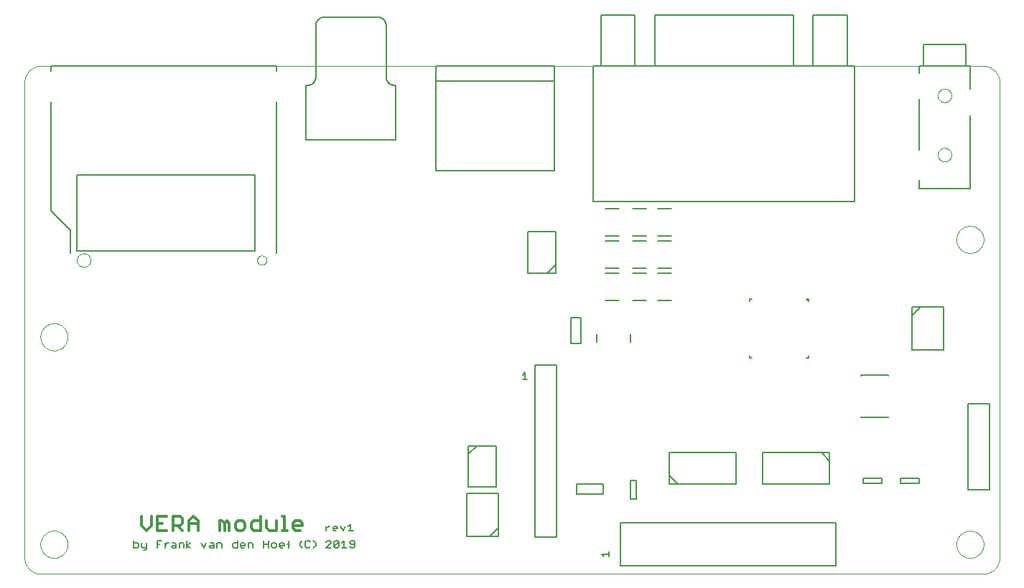
<source format=gto>
G75*
%MOMM*%
%OFA0B0*%
%FSLAX33Y33*%
%IPPOS*%
%LPD*%
%AMOC8*
5,1,8,0,0,1.08239X$1,22.5*
%
%ADD10C,0.000*%
%ADD11C,0.305*%
%ADD12C,0.152*%
%ADD13C,0.203*%
%ADD14C,0.200*%
D10*
X02354Y00354D02*
X113354Y00354D01*
X113441Y00356D01*
X113528Y00362D01*
X113615Y00371D01*
X113701Y00384D01*
X113787Y00401D01*
X113872Y00422D01*
X113955Y00447D01*
X114038Y00475D01*
X114119Y00506D01*
X114199Y00541D01*
X114277Y00580D01*
X114354Y00622D01*
X114429Y00667D01*
X114501Y00716D01*
X114572Y00767D01*
X114640Y00822D01*
X114705Y00879D01*
X114768Y00940D01*
X114829Y01003D01*
X114886Y01068D01*
X114941Y01136D01*
X114992Y01207D01*
X115041Y01279D01*
X115086Y01354D01*
X115128Y01431D01*
X115167Y01509D01*
X115202Y01589D01*
X115233Y01670D01*
X115261Y01753D01*
X115286Y01836D01*
X115307Y01921D01*
X115324Y02007D01*
X115337Y02093D01*
X115346Y02180D01*
X115352Y02267D01*
X115354Y02354D01*
X115354Y58354D01*
X115352Y58441D01*
X115346Y58528D01*
X115337Y58615D01*
X115324Y58701D01*
X115307Y58787D01*
X115286Y58872D01*
X115261Y58955D01*
X115233Y59038D01*
X115202Y59119D01*
X115167Y59199D01*
X115128Y59277D01*
X115086Y59354D01*
X115041Y59429D01*
X114992Y59501D01*
X114941Y59572D01*
X114886Y59640D01*
X114829Y59705D01*
X114768Y59768D01*
X114705Y59829D01*
X114640Y59886D01*
X114572Y59941D01*
X114501Y59992D01*
X114429Y60041D01*
X114354Y60086D01*
X114277Y60128D01*
X114199Y60167D01*
X114119Y60202D01*
X114038Y60233D01*
X113955Y60261D01*
X113872Y60286D01*
X113787Y60307D01*
X113701Y60324D01*
X113615Y60337D01*
X113528Y60346D01*
X113441Y60352D01*
X113354Y60354D01*
X02354Y60354D01*
X02267Y60352D01*
X02180Y60346D01*
X02093Y60337D01*
X02007Y60324D01*
X01921Y60307D01*
X01836Y60286D01*
X01753Y60261D01*
X01670Y60233D01*
X01589Y60202D01*
X01509Y60167D01*
X01431Y60128D01*
X01354Y60086D01*
X01279Y60041D01*
X01207Y59992D01*
X01136Y59941D01*
X01068Y59886D01*
X01003Y59829D01*
X00940Y59768D01*
X00879Y59705D01*
X00822Y59640D01*
X00767Y59572D01*
X00716Y59501D01*
X00667Y59429D01*
X00622Y59354D01*
X00580Y59277D01*
X00541Y59199D01*
X00506Y59119D01*
X00475Y59038D01*
X00447Y58955D01*
X00422Y58872D01*
X00401Y58787D01*
X00384Y58701D01*
X00371Y58615D01*
X00362Y58528D01*
X00356Y58441D01*
X00354Y58354D01*
X00354Y02354D01*
X00356Y02267D01*
X00362Y02180D01*
X00371Y02093D01*
X00384Y02007D01*
X00401Y01921D01*
X00422Y01836D01*
X00447Y01753D01*
X00475Y01670D01*
X00506Y01589D01*
X00541Y01509D01*
X00580Y01431D01*
X00622Y01354D01*
X00667Y01279D01*
X00716Y01207D01*
X00767Y01136D01*
X00822Y01068D01*
X00879Y01003D01*
X00940Y00940D01*
X01003Y00879D01*
X01068Y00822D01*
X01136Y00767D01*
X01207Y00716D01*
X01279Y00667D01*
X01354Y00622D01*
X01431Y00580D01*
X01509Y00541D01*
X01589Y00506D01*
X01670Y00475D01*
X01753Y00447D01*
X01836Y00422D01*
X01921Y00401D01*
X02007Y00384D01*
X02093Y00371D01*
X02180Y00362D01*
X02267Y00356D01*
X02354Y00354D01*
X02254Y03854D02*
X02256Y03934D01*
X02262Y04013D01*
X02272Y04092D01*
X02286Y04171D01*
X02303Y04249D01*
X02325Y04326D01*
X02350Y04401D01*
X02380Y04475D01*
X02412Y04548D01*
X02449Y04619D01*
X02489Y04688D01*
X02532Y04755D01*
X02579Y04820D01*
X02628Y04882D01*
X02681Y04942D01*
X02737Y04999D01*
X02795Y05054D01*
X02856Y05105D01*
X02920Y05153D01*
X02986Y05198D01*
X03054Y05240D01*
X03124Y05278D01*
X03196Y05312D01*
X03269Y05343D01*
X03344Y05371D01*
X03421Y05394D01*
X03498Y05414D01*
X03576Y05430D01*
X03655Y05442D01*
X03734Y05450D01*
X03814Y05454D01*
X03894Y05454D01*
X03974Y05450D01*
X04053Y05442D01*
X04132Y05430D01*
X04210Y05414D01*
X04287Y05394D01*
X04364Y05371D01*
X04439Y05343D01*
X04512Y05312D01*
X04584Y05278D01*
X04654Y05240D01*
X04722Y05198D01*
X04788Y05153D01*
X04852Y05105D01*
X04913Y05054D01*
X04971Y04999D01*
X05027Y04942D01*
X05080Y04882D01*
X05129Y04820D01*
X05176Y04755D01*
X05219Y04688D01*
X05259Y04619D01*
X05296Y04548D01*
X05328Y04475D01*
X05358Y04401D01*
X05383Y04326D01*
X05405Y04249D01*
X05422Y04171D01*
X05436Y04092D01*
X05446Y04013D01*
X05452Y03934D01*
X05454Y03854D01*
X05452Y03774D01*
X05446Y03695D01*
X05436Y03616D01*
X05422Y03537D01*
X05405Y03459D01*
X05383Y03382D01*
X05358Y03307D01*
X05328Y03233D01*
X05296Y03160D01*
X05259Y03089D01*
X05219Y03020D01*
X05176Y02953D01*
X05129Y02888D01*
X05080Y02826D01*
X05027Y02766D01*
X04971Y02709D01*
X04913Y02654D01*
X04852Y02603D01*
X04788Y02555D01*
X04722Y02510D01*
X04654Y02468D01*
X04584Y02430D01*
X04512Y02396D01*
X04439Y02365D01*
X04364Y02337D01*
X04287Y02314D01*
X04210Y02294D01*
X04132Y02278D01*
X04053Y02266D01*
X03974Y02258D01*
X03894Y02254D01*
X03814Y02254D01*
X03734Y02258D01*
X03655Y02266D01*
X03576Y02278D01*
X03498Y02294D01*
X03421Y02314D01*
X03344Y02337D01*
X03269Y02365D01*
X03196Y02396D01*
X03124Y02430D01*
X03054Y02468D01*
X02986Y02510D01*
X02920Y02555D01*
X02856Y02603D01*
X02795Y02654D01*
X02737Y02709D01*
X02681Y02766D01*
X02628Y02826D01*
X02579Y02888D01*
X02532Y02953D01*
X02489Y03020D01*
X02449Y03089D01*
X02412Y03160D01*
X02380Y03233D01*
X02350Y03307D01*
X02325Y03382D01*
X02303Y03459D01*
X02286Y03537D01*
X02272Y03616D01*
X02262Y03695D01*
X02256Y03774D01*
X02254Y03854D01*
X02254Y28354D02*
X02256Y28434D01*
X02262Y28513D01*
X02272Y28592D01*
X02286Y28671D01*
X02303Y28749D01*
X02325Y28826D01*
X02350Y28901D01*
X02380Y28975D01*
X02412Y29048D01*
X02449Y29119D01*
X02489Y29188D01*
X02532Y29255D01*
X02579Y29320D01*
X02628Y29382D01*
X02681Y29442D01*
X02737Y29499D01*
X02795Y29554D01*
X02856Y29605D01*
X02920Y29653D01*
X02986Y29698D01*
X03054Y29740D01*
X03124Y29778D01*
X03196Y29812D01*
X03269Y29843D01*
X03344Y29871D01*
X03421Y29894D01*
X03498Y29914D01*
X03576Y29930D01*
X03655Y29942D01*
X03734Y29950D01*
X03814Y29954D01*
X03894Y29954D01*
X03974Y29950D01*
X04053Y29942D01*
X04132Y29930D01*
X04210Y29914D01*
X04287Y29894D01*
X04364Y29871D01*
X04439Y29843D01*
X04512Y29812D01*
X04584Y29778D01*
X04654Y29740D01*
X04722Y29698D01*
X04788Y29653D01*
X04852Y29605D01*
X04913Y29554D01*
X04971Y29499D01*
X05027Y29442D01*
X05080Y29382D01*
X05129Y29320D01*
X05176Y29255D01*
X05219Y29188D01*
X05259Y29119D01*
X05296Y29048D01*
X05328Y28975D01*
X05358Y28901D01*
X05383Y28826D01*
X05405Y28749D01*
X05422Y28671D01*
X05436Y28592D01*
X05446Y28513D01*
X05452Y28434D01*
X05454Y28354D01*
X05452Y28274D01*
X05446Y28195D01*
X05436Y28116D01*
X05422Y28037D01*
X05405Y27959D01*
X05383Y27882D01*
X05358Y27807D01*
X05328Y27733D01*
X05296Y27660D01*
X05259Y27589D01*
X05219Y27520D01*
X05176Y27453D01*
X05129Y27388D01*
X05080Y27326D01*
X05027Y27266D01*
X04971Y27209D01*
X04913Y27154D01*
X04852Y27103D01*
X04788Y27055D01*
X04722Y27010D01*
X04654Y26968D01*
X04584Y26930D01*
X04512Y26896D01*
X04439Y26865D01*
X04364Y26837D01*
X04287Y26814D01*
X04210Y26794D01*
X04132Y26778D01*
X04053Y26766D01*
X03974Y26758D01*
X03894Y26754D01*
X03814Y26754D01*
X03734Y26758D01*
X03655Y26766D01*
X03576Y26778D01*
X03498Y26794D01*
X03421Y26814D01*
X03344Y26837D01*
X03269Y26865D01*
X03196Y26896D01*
X03124Y26930D01*
X03054Y26968D01*
X02986Y27010D01*
X02920Y27055D01*
X02856Y27103D01*
X02795Y27154D01*
X02737Y27209D01*
X02681Y27266D01*
X02628Y27326D01*
X02579Y27388D01*
X02532Y27453D01*
X02489Y27520D01*
X02449Y27589D01*
X02412Y27660D01*
X02380Y27733D01*
X02350Y27807D01*
X02325Y27882D01*
X02303Y27959D01*
X02286Y28037D01*
X02272Y28116D01*
X02262Y28195D01*
X02256Y28274D01*
X02254Y28354D01*
X06554Y37404D02*
X06556Y37460D01*
X06562Y37517D01*
X06572Y37572D01*
X06586Y37627D01*
X06603Y37681D01*
X06625Y37733D01*
X06650Y37783D01*
X06678Y37832D01*
X06710Y37879D01*
X06745Y37923D01*
X06783Y37965D01*
X06824Y38004D01*
X06868Y38039D01*
X06914Y38072D01*
X06962Y38101D01*
X07012Y38127D01*
X07064Y38150D01*
X07118Y38168D01*
X07172Y38183D01*
X07227Y38194D01*
X07283Y38201D01*
X07340Y38204D01*
X07396Y38203D01*
X07453Y38198D01*
X07508Y38189D01*
X07563Y38176D01*
X07617Y38159D01*
X07670Y38139D01*
X07721Y38115D01*
X07770Y38087D01*
X07817Y38056D01*
X07862Y38022D01*
X07905Y37984D01*
X07944Y37944D01*
X07981Y37901D01*
X08014Y37856D01*
X08044Y37808D01*
X08071Y37758D01*
X08094Y37707D01*
X08114Y37654D01*
X08130Y37600D01*
X08142Y37544D01*
X08150Y37489D01*
X08154Y37432D01*
X08154Y37376D01*
X08150Y37319D01*
X08142Y37264D01*
X08130Y37208D01*
X08114Y37154D01*
X08094Y37101D01*
X08071Y37050D01*
X08044Y37000D01*
X08014Y36952D01*
X07981Y36907D01*
X07944Y36864D01*
X07905Y36824D01*
X07862Y36786D01*
X07817Y36752D01*
X07770Y36721D01*
X07721Y36693D01*
X07670Y36669D01*
X07617Y36649D01*
X07563Y36632D01*
X07508Y36619D01*
X07453Y36610D01*
X07396Y36605D01*
X07340Y36604D01*
X07283Y36607D01*
X07227Y36614D01*
X07172Y36625D01*
X07118Y36640D01*
X07064Y36658D01*
X07012Y36681D01*
X06962Y36707D01*
X06914Y36736D01*
X06868Y36769D01*
X06824Y36804D01*
X06783Y36843D01*
X06745Y36885D01*
X06710Y36929D01*
X06678Y36976D01*
X06650Y37025D01*
X06625Y37075D01*
X06603Y37127D01*
X06586Y37181D01*
X06572Y37236D01*
X06562Y37291D01*
X06556Y37348D01*
X06554Y37404D01*
X27804Y37404D02*
X27806Y37451D01*
X27812Y37497D01*
X27822Y37543D01*
X27835Y37587D01*
X27853Y37631D01*
X27874Y37672D01*
X27898Y37712D01*
X27926Y37750D01*
X27957Y37785D01*
X27991Y37817D01*
X28027Y37846D01*
X28066Y37872D01*
X28106Y37895D01*
X28149Y37914D01*
X28193Y37930D01*
X28238Y37942D01*
X28284Y37950D01*
X28331Y37954D01*
X28377Y37954D01*
X28424Y37950D01*
X28470Y37942D01*
X28515Y37930D01*
X28559Y37914D01*
X28602Y37895D01*
X28642Y37872D01*
X28681Y37846D01*
X28717Y37817D01*
X28751Y37785D01*
X28782Y37750D01*
X28810Y37712D01*
X28834Y37672D01*
X28855Y37631D01*
X28873Y37587D01*
X28886Y37543D01*
X28896Y37497D01*
X28902Y37451D01*
X28904Y37404D01*
X28902Y37357D01*
X28896Y37311D01*
X28886Y37265D01*
X28873Y37221D01*
X28855Y37177D01*
X28834Y37136D01*
X28810Y37096D01*
X28782Y37058D01*
X28751Y37023D01*
X28717Y36991D01*
X28681Y36962D01*
X28642Y36936D01*
X28602Y36913D01*
X28559Y36894D01*
X28515Y36878D01*
X28470Y36866D01*
X28424Y36858D01*
X28377Y36854D01*
X28331Y36854D01*
X28284Y36858D01*
X28238Y36866D01*
X28193Y36878D01*
X28149Y36894D01*
X28106Y36913D01*
X28066Y36936D01*
X28027Y36962D01*
X27991Y36991D01*
X27957Y37023D01*
X27926Y37058D01*
X27898Y37096D01*
X27874Y37136D01*
X27853Y37177D01*
X27835Y37221D01*
X27822Y37265D01*
X27812Y37311D01*
X27806Y37357D01*
X27804Y37404D01*
X108054Y49854D02*
X108056Y49910D01*
X108062Y49967D01*
X108072Y50022D01*
X108086Y50077D01*
X108103Y50131D01*
X108125Y50183D01*
X108150Y50233D01*
X108178Y50282D01*
X108210Y50329D01*
X108245Y50373D01*
X108283Y50415D01*
X108324Y50454D01*
X108368Y50489D01*
X108414Y50522D01*
X108462Y50551D01*
X108512Y50577D01*
X108564Y50600D01*
X108618Y50618D01*
X108672Y50633D01*
X108727Y50644D01*
X108783Y50651D01*
X108840Y50654D01*
X108896Y50653D01*
X108953Y50648D01*
X109008Y50639D01*
X109063Y50626D01*
X109117Y50609D01*
X109170Y50589D01*
X109221Y50565D01*
X109270Y50537D01*
X109317Y50506D01*
X109362Y50472D01*
X109405Y50434D01*
X109444Y50394D01*
X109481Y50351D01*
X109514Y50306D01*
X109544Y50258D01*
X109571Y50208D01*
X109594Y50157D01*
X109614Y50104D01*
X109630Y50050D01*
X109642Y49994D01*
X109650Y49939D01*
X109654Y49882D01*
X109654Y49826D01*
X109650Y49769D01*
X109642Y49714D01*
X109630Y49658D01*
X109614Y49604D01*
X109594Y49551D01*
X109571Y49500D01*
X109544Y49450D01*
X109514Y49402D01*
X109481Y49357D01*
X109444Y49314D01*
X109405Y49274D01*
X109362Y49236D01*
X109317Y49202D01*
X109270Y49171D01*
X109221Y49143D01*
X109170Y49119D01*
X109117Y49099D01*
X109063Y49082D01*
X109008Y49069D01*
X108953Y49060D01*
X108896Y49055D01*
X108840Y49054D01*
X108783Y49057D01*
X108727Y49064D01*
X108672Y49075D01*
X108618Y49090D01*
X108564Y49108D01*
X108512Y49131D01*
X108462Y49157D01*
X108414Y49186D01*
X108368Y49219D01*
X108324Y49254D01*
X108283Y49293D01*
X108245Y49335D01*
X108210Y49379D01*
X108178Y49426D01*
X108150Y49475D01*
X108125Y49525D01*
X108103Y49577D01*
X108086Y49631D01*
X108072Y49686D01*
X108062Y49741D01*
X108056Y49798D01*
X108054Y49854D01*
X108054Y56854D02*
X108056Y56910D01*
X108062Y56967D01*
X108072Y57022D01*
X108086Y57077D01*
X108103Y57131D01*
X108125Y57183D01*
X108150Y57233D01*
X108178Y57282D01*
X108210Y57329D01*
X108245Y57373D01*
X108283Y57415D01*
X108324Y57454D01*
X108368Y57489D01*
X108414Y57522D01*
X108462Y57551D01*
X108512Y57577D01*
X108564Y57600D01*
X108618Y57618D01*
X108672Y57633D01*
X108727Y57644D01*
X108783Y57651D01*
X108840Y57654D01*
X108896Y57653D01*
X108953Y57648D01*
X109008Y57639D01*
X109063Y57626D01*
X109117Y57609D01*
X109170Y57589D01*
X109221Y57565D01*
X109270Y57537D01*
X109317Y57506D01*
X109362Y57472D01*
X109405Y57434D01*
X109444Y57394D01*
X109481Y57351D01*
X109514Y57306D01*
X109544Y57258D01*
X109571Y57208D01*
X109594Y57157D01*
X109614Y57104D01*
X109630Y57050D01*
X109642Y56994D01*
X109650Y56939D01*
X109654Y56882D01*
X109654Y56826D01*
X109650Y56769D01*
X109642Y56714D01*
X109630Y56658D01*
X109614Y56604D01*
X109594Y56551D01*
X109571Y56500D01*
X109544Y56450D01*
X109514Y56402D01*
X109481Y56357D01*
X109444Y56314D01*
X109405Y56274D01*
X109362Y56236D01*
X109317Y56202D01*
X109270Y56171D01*
X109221Y56143D01*
X109170Y56119D01*
X109117Y56099D01*
X109063Y56082D01*
X109008Y56069D01*
X108953Y56060D01*
X108896Y56055D01*
X108840Y56054D01*
X108783Y56057D01*
X108727Y56064D01*
X108672Y56075D01*
X108618Y56090D01*
X108564Y56108D01*
X108512Y56131D01*
X108462Y56157D01*
X108414Y56186D01*
X108368Y56219D01*
X108324Y56254D01*
X108283Y56293D01*
X108245Y56335D01*
X108210Y56379D01*
X108178Y56426D01*
X108150Y56475D01*
X108125Y56525D01*
X108103Y56577D01*
X108086Y56631D01*
X108072Y56686D01*
X108062Y56741D01*
X108056Y56798D01*
X108054Y56854D01*
X110254Y39854D02*
X110256Y39934D01*
X110262Y40013D01*
X110272Y40092D01*
X110286Y40171D01*
X110303Y40249D01*
X110325Y40326D01*
X110350Y40401D01*
X110380Y40475D01*
X110412Y40548D01*
X110449Y40619D01*
X110489Y40688D01*
X110532Y40755D01*
X110579Y40820D01*
X110628Y40882D01*
X110681Y40942D01*
X110737Y40999D01*
X110795Y41054D01*
X110856Y41105D01*
X110920Y41153D01*
X110986Y41198D01*
X111054Y41240D01*
X111124Y41278D01*
X111196Y41312D01*
X111269Y41343D01*
X111344Y41371D01*
X111421Y41394D01*
X111498Y41414D01*
X111576Y41430D01*
X111655Y41442D01*
X111734Y41450D01*
X111814Y41454D01*
X111894Y41454D01*
X111974Y41450D01*
X112053Y41442D01*
X112132Y41430D01*
X112210Y41414D01*
X112287Y41394D01*
X112364Y41371D01*
X112439Y41343D01*
X112512Y41312D01*
X112584Y41278D01*
X112654Y41240D01*
X112722Y41198D01*
X112788Y41153D01*
X112852Y41105D01*
X112913Y41054D01*
X112971Y40999D01*
X113027Y40942D01*
X113080Y40882D01*
X113129Y40820D01*
X113176Y40755D01*
X113219Y40688D01*
X113259Y40619D01*
X113296Y40548D01*
X113328Y40475D01*
X113358Y40401D01*
X113383Y40326D01*
X113405Y40249D01*
X113422Y40171D01*
X113436Y40092D01*
X113446Y40013D01*
X113452Y39934D01*
X113454Y39854D01*
X113452Y39774D01*
X113446Y39695D01*
X113436Y39616D01*
X113422Y39537D01*
X113405Y39459D01*
X113383Y39382D01*
X113358Y39307D01*
X113328Y39233D01*
X113296Y39160D01*
X113259Y39089D01*
X113219Y39020D01*
X113176Y38953D01*
X113129Y38888D01*
X113080Y38826D01*
X113027Y38766D01*
X112971Y38709D01*
X112913Y38654D01*
X112852Y38603D01*
X112788Y38555D01*
X112722Y38510D01*
X112654Y38468D01*
X112584Y38430D01*
X112512Y38396D01*
X112439Y38365D01*
X112364Y38337D01*
X112287Y38314D01*
X112210Y38294D01*
X112132Y38278D01*
X112053Y38266D01*
X111974Y38258D01*
X111894Y38254D01*
X111814Y38254D01*
X111734Y38258D01*
X111655Y38266D01*
X111576Y38278D01*
X111498Y38294D01*
X111421Y38314D01*
X111344Y38337D01*
X111269Y38365D01*
X111196Y38396D01*
X111124Y38430D01*
X111054Y38468D01*
X110986Y38510D01*
X110920Y38555D01*
X110856Y38603D01*
X110795Y38654D01*
X110737Y38709D01*
X110681Y38766D01*
X110628Y38826D01*
X110579Y38888D01*
X110532Y38953D01*
X110489Y39020D01*
X110449Y39089D01*
X110412Y39160D01*
X110380Y39233D01*
X110350Y39307D01*
X110325Y39382D01*
X110303Y39459D01*
X110286Y39537D01*
X110272Y39616D01*
X110262Y39695D01*
X110256Y39774D01*
X110254Y39854D01*
X110254Y03854D02*
X110256Y03934D01*
X110262Y04013D01*
X110272Y04092D01*
X110286Y04171D01*
X110303Y04249D01*
X110325Y04326D01*
X110350Y04401D01*
X110380Y04475D01*
X110412Y04548D01*
X110449Y04619D01*
X110489Y04688D01*
X110532Y04755D01*
X110579Y04820D01*
X110628Y04882D01*
X110681Y04942D01*
X110737Y04999D01*
X110795Y05054D01*
X110856Y05105D01*
X110920Y05153D01*
X110986Y05198D01*
X111054Y05240D01*
X111124Y05278D01*
X111196Y05312D01*
X111269Y05343D01*
X111344Y05371D01*
X111421Y05394D01*
X111498Y05414D01*
X111576Y05430D01*
X111655Y05442D01*
X111734Y05450D01*
X111814Y05454D01*
X111894Y05454D01*
X111974Y05450D01*
X112053Y05442D01*
X112132Y05430D01*
X112210Y05414D01*
X112287Y05394D01*
X112364Y05371D01*
X112439Y05343D01*
X112512Y05312D01*
X112584Y05278D01*
X112654Y05240D01*
X112722Y05198D01*
X112788Y05153D01*
X112852Y05105D01*
X112913Y05054D01*
X112971Y04999D01*
X113027Y04942D01*
X113080Y04882D01*
X113129Y04820D01*
X113176Y04755D01*
X113219Y04688D01*
X113259Y04619D01*
X113296Y04548D01*
X113328Y04475D01*
X113358Y04401D01*
X113383Y04326D01*
X113405Y04249D01*
X113422Y04171D01*
X113436Y04092D01*
X113446Y04013D01*
X113452Y03934D01*
X113454Y03854D01*
X113452Y03774D01*
X113446Y03695D01*
X113436Y03616D01*
X113422Y03537D01*
X113405Y03459D01*
X113383Y03382D01*
X113358Y03307D01*
X113328Y03233D01*
X113296Y03160D01*
X113259Y03089D01*
X113219Y03020D01*
X113176Y02953D01*
X113129Y02888D01*
X113080Y02826D01*
X113027Y02766D01*
X112971Y02709D01*
X112913Y02654D01*
X112852Y02603D01*
X112788Y02555D01*
X112722Y02510D01*
X112654Y02468D01*
X112584Y02430D01*
X112512Y02396D01*
X112439Y02365D01*
X112364Y02337D01*
X112287Y02314D01*
X112210Y02294D01*
X112132Y02278D01*
X112053Y02266D01*
X111974Y02258D01*
X111894Y02254D01*
X111814Y02254D01*
X111734Y02258D01*
X111655Y02266D01*
X111576Y02278D01*
X111498Y02294D01*
X111421Y02314D01*
X111344Y02337D01*
X111269Y02365D01*
X111196Y02396D01*
X111124Y02430D01*
X111054Y02468D01*
X110986Y02510D01*
X110920Y02555D01*
X110856Y02603D01*
X110795Y02654D01*
X110737Y02709D01*
X110681Y02766D01*
X110628Y02826D01*
X110579Y02888D01*
X110532Y02953D01*
X110489Y03020D01*
X110449Y03089D01*
X110412Y03160D01*
X110380Y03233D01*
X110350Y03307D01*
X110325Y03382D01*
X110303Y03459D01*
X110286Y03537D01*
X110272Y03616D01*
X110262Y03695D01*
X110256Y03774D01*
X110254Y03854D01*
D11*
X33118Y06072D02*
X31987Y06072D01*
X31987Y05789D02*
X31987Y06355D01*
X32269Y06637D01*
X32835Y06637D01*
X33118Y06355D01*
X33118Y06072D01*
X32835Y05506D02*
X32269Y05506D01*
X31987Y05789D01*
X31324Y05506D02*
X30759Y05506D01*
X31042Y05506D02*
X31042Y07203D01*
X30759Y07203D01*
X30048Y06637D02*
X30048Y05506D01*
X29200Y05506D01*
X28917Y05789D01*
X28917Y06637D01*
X28207Y06637D02*
X27358Y06637D01*
X27076Y06355D01*
X27076Y05789D01*
X27358Y05506D01*
X28207Y05506D01*
X28207Y07203D01*
X26365Y06355D02*
X26365Y05789D01*
X26082Y05506D01*
X25517Y05506D01*
X25234Y05789D01*
X25234Y06355D01*
X25517Y06637D01*
X26082Y06637D01*
X26365Y06355D01*
X24524Y06355D02*
X24524Y05506D01*
X23958Y05506D02*
X23958Y06355D01*
X24241Y06637D01*
X24524Y06355D01*
X23958Y06355D02*
X23675Y06637D01*
X23393Y06637D01*
X23393Y05506D01*
X20840Y05506D02*
X20840Y06637D01*
X20275Y07203D01*
X19709Y06637D01*
X19709Y05506D01*
X18999Y05506D02*
X18433Y06072D01*
X18716Y06072D02*
X17868Y06072D01*
X17868Y05506D02*
X17868Y07203D01*
X18716Y07203D01*
X18999Y06920D01*
X18999Y06355D01*
X18716Y06072D01*
X19709Y06355D02*
X20840Y06355D01*
X17157Y07203D02*
X16026Y07203D01*
X16026Y05506D01*
X17157Y05506D01*
X16592Y06355D02*
X16026Y06355D01*
X15316Y06072D02*
X14750Y05506D01*
X14185Y06072D01*
X14185Y07203D01*
X15316Y07203D02*
X15316Y06072D01*
D12*
X15995Y04279D02*
X16560Y04279D01*
X16915Y03996D02*
X16915Y03430D01*
X16915Y03713D02*
X17198Y03996D01*
X17340Y03996D01*
X17824Y03996D02*
X18107Y03996D01*
X18248Y03854D01*
X18248Y03430D01*
X17824Y03430D01*
X17683Y03572D01*
X17824Y03713D01*
X18248Y03713D01*
X18603Y03996D02*
X19028Y03996D01*
X19169Y03854D01*
X19169Y03430D01*
X19524Y03430D02*
X19524Y04279D01*
X19948Y03996D02*
X19524Y03713D01*
X19948Y03430D01*
X18603Y03430D02*
X18603Y03996D01*
X16277Y03854D02*
X15995Y03854D01*
X15995Y03430D02*
X15995Y04279D01*
X14719Y03996D02*
X14719Y03289D01*
X14577Y03147D01*
X14436Y03147D01*
X14294Y03430D02*
X14719Y03430D01*
X14294Y03430D02*
X14153Y03572D01*
X14153Y03996D01*
X13798Y03854D02*
X13798Y03572D01*
X13656Y03430D01*
X13232Y03430D01*
X13232Y04279D01*
X13232Y03996D02*
X13656Y03996D01*
X13798Y03854D01*
X21212Y03996D02*
X21495Y03430D01*
X21778Y03996D01*
X22275Y03996D02*
X22557Y03996D01*
X22699Y03854D01*
X22699Y03430D01*
X22275Y03430D01*
X22133Y03572D01*
X22275Y03713D01*
X22699Y03713D01*
X23054Y03430D02*
X23054Y03996D01*
X23478Y03996D01*
X23620Y03854D01*
X23620Y03430D01*
X24896Y03572D02*
X24896Y03854D01*
X25037Y03996D01*
X25461Y03996D01*
X25461Y04279D02*
X25461Y03430D01*
X25037Y03430D01*
X24896Y03572D01*
X25816Y03572D02*
X25816Y03854D01*
X25958Y03996D01*
X26240Y03996D01*
X26382Y03854D01*
X26382Y03713D01*
X25816Y03713D01*
X25816Y03572D02*
X25958Y03430D01*
X26240Y03430D01*
X26737Y03430D02*
X26737Y03996D01*
X27161Y03996D01*
X27303Y03854D01*
X27303Y03430D01*
X28579Y03430D02*
X28579Y04279D01*
X28579Y03854D02*
X29144Y03854D01*
X29499Y03854D02*
X29499Y03572D01*
X29641Y03430D01*
X29924Y03430D01*
X30065Y03572D01*
X30065Y03854D01*
X29924Y03996D01*
X29641Y03996D01*
X29499Y03854D01*
X29144Y03430D02*
X29144Y04279D01*
X30420Y03854D02*
X30420Y03572D01*
X30562Y03430D01*
X30844Y03430D01*
X30986Y03713D02*
X30420Y03713D01*
X30420Y03854D02*
X30562Y03996D01*
X30844Y03996D01*
X30986Y03854D01*
X30986Y03713D01*
X31341Y03854D02*
X31624Y03854D01*
X31482Y04137D02*
X31624Y04279D01*
X31482Y04137D02*
X31482Y03430D01*
X32876Y03713D02*
X32876Y03996D01*
X33158Y04279D01*
X33490Y04137D02*
X33490Y03572D01*
X33631Y03430D01*
X33914Y03430D01*
X34055Y03572D01*
X34410Y03430D02*
X34693Y03713D01*
X34693Y03996D01*
X34410Y04279D01*
X34055Y04137D02*
X33914Y04279D01*
X33631Y04279D01*
X33490Y04137D01*
X32876Y03713D02*
X33158Y03430D01*
X35945Y03430D02*
X36510Y03996D01*
X36510Y04137D01*
X36369Y04279D01*
X36086Y04279D01*
X35945Y04137D01*
X35945Y03430D02*
X36510Y03430D01*
X36866Y03572D02*
X37431Y04137D01*
X37431Y03572D01*
X37290Y03430D01*
X37007Y03430D01*
X36866Y03572D01*
X36866Y04137D01*
X37007Y04279D01*
X37290Y04279D01*
X37431Y04137D01*
X37787Y03996D02*
X38069Y04279D01*
X38069Y03430D01*
X37787Y03430D02*
X38352Y03430D01*
X38707Y03572D02*
X38849Y03430D01*
X39131Y03430D01*
X39273Y03572D01*
X39273Y04137D01*
X39131Y04279D01*
X38849Y04279D01*
X38707Y04137D01*
X38707Y03996D01*
X38849Y03854D01*
X39273Y03854D01*
D13*
X39096Y05456D02*
X38564Y05456D01*
X38830Y05456D02*
X38830Y06253D01*
X38564Y05987D01*
X38175Y05987D02*
X37910Y05456D01*
X37644Y05987D01*
X37255Y05854D02*
X37255Y05721D01*
X36723Y05721D01*
X36723Y05589D02*
X36723Y05854D01*
X36856Y05987D01*
X37122Y05987D01*
X37255Y05854D01*
X37122Y05456D02*
X36856Y05456D01*
X36723Y05589D01*
X36354Y05987D02*
X36221Y05987D01*
X35956Y05721D01*
X35956Y05456D02*
X35956Y05987D01*
X59106Y23356D02*
X59637Y23356D01*
X59371Y23356D02*
X59371Y24153D01*
X59106Y23887D01*
X68455Y02721D02*
X69252Y02721D01*
X69252Y02456D02*
X69252Y02987D01*
X68721Y02456D02*
X68455Y02721D01*
D14*
X70654Y01314D02*
X96054Y01314D01*
X96054Y06394D01*
X70654Y06394D01*
X70654Y01314D01*
X63124Y04694D02*
X60584Y04694D01*
X60584Y25014D01*
X63124Y25014D01*
X63124Y04694D01*
X65504Y09804D02*
X65504Y11004D01*
X68604Y11004D01*
X68604Y09804D01*
X65504Y09804D01*
X71829Y09229D02*
X72479Y09229D01*
X72479Y11379D01*
X71829Y11379D01*
X71829Y09229D01*
X76404Y11004D02*
X76404Y12004D01*
X77404Y11004D01*
X76404Y11004D01*
X77404Y11004D02*
X84304Y11004D01*
X84304Y14704D01*
X76404Y14704D01*
X76404Y12004D01*
X87404Y11004D02*
X87404Y14704D01*
X94304Y14704D01*
X95304Y13704D01*
X95304Y11004D01*
X87404Y11004D01*
X94304Y14704D02*
X95304Y14704D01*
X95304Y13704D01*
X99279Y11679D02*
X99279Y11029D01*
X101429Y11029D01*
X101429Y11679D01*
X99279Y11679D01*
X103679Y11679D02*
X103679Y11029D01*
X105829Y11029D01*
X105829Y11679D01*
X103679Y11679D01*
X111584Y10274D02*
X111584Y20434D01*
X114124Y20434D01*
X114124Y10274D01*
X111584Y10274D01*
X102203Y18854D02*
X99003Y18854D01*
X99003Y18954D01*
X102203Y18954D02*
X102203Y18854D01*
X102203Y23754D02*
X102203Y23854D01*
X99003Y23854D01*
X99003Y23754D01*
X92854Y25854D02*
X92554Y25854D01*
X92854Y25854D02*
X92854Y26154D01*
X86154Y25854D02*
X85854Y25854D01*
X85854Y26154D01*
X85854Y32554D02*
X85854Y32854D01*
X86154Y32854D01*
X92554Y32854D02*
X92854Y32554D01*
X92854Y32854D01*
X92554Y32854D01*
X105004Y31904D02*
X105004Y30904D01*
X106004Y31904D01*
X108704Y31904D01*
X108704Y26804D01*
X105004Y26804D01*
X105004Y30904D01*
X105004Y31904D02*
X106004Y31904D01*
X98254Y44354D02*
X98254Y60354D01*
X97354Y60354D01*
X97354Y66354D01*
X93354Y66354D01*
X93354Y60354D01*
X91004Y60354D01*
X91004Y66354D01*
X74704Y66354D01*
X74704Y60354D01*
X72354Y60354D01*
X72354Y66354D01*
X68354Y66354D01*
X68354Y60354D01*
X67454Y60354D01*
X67454Y44354D01*
X98254Y44354D01*
X105854Y45854D02*
X105854Y46854D01*
X105854Y45854D02*
X111854Y45854D01*
X111854Y54504D01*
X111854Y57604D02*
X111854Y60354D01*
X111354Y60354D01*
X111354Y62854D01*
X106354Y62854D01*
X106354Y60354D01*
X111354Y60354D01*
X106354Y60354D02*
X105854Y60354D01*
X105854Y59504D01*
X105854Y56404D02*
X105854Y50454D01*
X97354Y60354D02*
X93354Y60354D01*
X91004Y60354D02*
X74704Y60354D01*
X72354Y60354D02*
X68354Y60354D01*
X62854Y60354D02*
X62854Y58554D01*
X48854Y58554D01*
X48854Y60354D01*
X62854Y60354D01*
X62854Y58554D02*
X62854Y47954D01*
X48854Y47954D01*
X48854Y58554D01*
X44154Y58054D02*
X44154Y51604D01*
X33554Y51604D01*
X33554Y58054D01*
X33704Y58054D01*
X33764Y58056D01*
X33825Y58061D01*
X33884Y58070D01*
X33943Y58083D01*
X34002Y58099D01*
X34059Y58119D01*
X34114Y58142D01*
X34169Y58169D01*
X34221Y58198D01*
X34272Y58231D01*
X34321Y58267D01*
X34367Y58305D01*
X34411Y58347D01*
X34453Y58391D01*
X34491Y58437D01*
X34527Y58486D01*
X34560Y58537D01*
X34589Y58589D01*
X34616Y58644D01*
X34639Y58699D01*
X34659Y58756D01*
X34675Y58815D01*
X34688Y58874D01*
X34697Y58933D01*
X34702Y58994D01*
X34704Y59054D01*
X34704Y65104D01*
X34706Y65164D01*
X34711Y65225D01*
X34720Y65284D01*
X34733Y65343D01*
X34749Y65402D01*
X34769Y65459D01*
X34792Y65514D01*
X34819Y65569D01*
X34848Y65621D01*
X34881Y65672D01*
X34917Y65721D01*
X34955Y65767D01*
X34997Y65811D01*
X35041Y65853D01*
X35087Y65891D01*
X35136Y65927D01*
X35187Y65960D01*
X35239Y65989D01*
X35294Y66016D01*
X35349Y66039D01*
X35406Y66059D01*
X35465Y66075D01*
X35524Y66088D01*
X35583Y66097D01*
X35644Y66102D01*
X35704Y66104D01*
X42004Y66104D01*
X42064Y66102D01*
X42125Y66097D01*
X42184Y66088D01*
X42243Y66075D01*
X42302Y66059D01*
X42359Y66039D01*
X42414Y66016D01*
X42469Y65989D01*
X42521Y65960D01*
X42572Y65927D01*
X42621Y65891D01*
X42667Y65853D01*
X42711Y65811D01*
X42753Y65767D01*
X42791Y65721D01*
X42827Y65672D01*
X42860Y65621D01*
X42889Y65569D01*
X42916Y65514D01*
X42939Y65459D01*
X42959Y65402D01*
X42975Y65343D01*
X42988Y65284D01*
X42997Y65225D01*
X43002Y65164D01*
X43004Y65104D01*
X43004Y59054D01*
X43006Y58994D01*
X43011Y58933D01*
X43020Y58874D01*
X43033Y58815D01*
X43049Y58756D01*
X43069Y58699D01*
X43092Y58644D01*
X43119Y58589D01*
X43148Y58537D01*
X43181Y58486D01*
X43217Y58437D01*
X43255Y58391D01*
X43297Y58347D01*
X43341Y58305D01*
X43387Y58267D01*
X43436Y58231D01*
X43487Y58198D01*
X43539Y58169D01*
X43594Y58142D01*
X43649Y58119D01*
X43706Y58099D01*
X43765Y58083D01*
X43824Y58070D01*
X43883Y58061D01*
X43944Y58056D01*
X44004Y58054D01*
X44154Y58054D01*
X30104Y59704D02*
X30104Y60354D01*
X03504Y60354D01*
X03504Y59704D01*
X03504Y56104D02*
X03504Y43214D01*
X05804Y40914D01*
X05804Y38204D01*
X06554Y38504D02*
X06554Y47454D01*
X27524Y47454D01*
X27524Y38504D01*
X06554Y38504D01*
X30104Y38204D02*
X30104Y56104D01*
X59704Y40804D02*
X63004Y40804D01*
X63004Y36904D01*
X62004Y35904D01*
X59704Y35904D01*
X59704Y40804D01*
X63004Y36904D02*
X63004Y35904D01*
X62004Y35904D01*
X68854Y35854D02*
X70454Y35854D01*
X70454Y36454D02*
X68854Y36454D01*
X72054Y36454D02*
X73654Y36454D01*
X73654Y35854D02*
X72054Y35854D01*
X75054Y35854D02*
X76654Y35854D01*
X76654Y36454D02*
X75054Y36454D01*
X75054Y39654D02*
X76654Y39654D01*
X76654Y40254D02*
X75054Y40254D01*
X73654Y40254D02*
X72054Y40254D01*
X72054Y39654D02*
X73654Y39654D01*
X70454Y39654D02*
X68854Y39654D01*
X68854Y40254D02*
X70454Y40254D01*
X70454Y43454D02*
X68854Y43454D01*
X72054Y43454D02*
X73654Y43454D01*
X75054Y43454D02*
X76654Y43454D01*
X76654Y32654D02*
X75054Y32654D01*
X73654Y32654D02*
X72054Y32654D01*
X70454Y32654D02*
X68854Y32654D01*
X65954Y30654D02*
X64754Y30654D01*
X64754Y27554D01*
X65954Y27554D01*
X65954Y30654D01*
X67854Y28704D02*
X67854Y27704D01*
X71854Y27704D02*
X71854Y28704D01*
X56004Y15504D02*
X53704Y15504D01*
X52704Y14504D01*
X52704Y15504D01*
X53704Y15504D01*
X52704Y14504D02*
X52704Y10604D01*
X56004Y10604D01*
X56004Y15504D01*
X56229Y09904D02*
X52479Y09904D01*
X52479Y04804D01*
X55229Y04804D01*
X56229Y05804D01*
X56229Y04804D01*
X55229Y04804D01*
X56229Y05804D02*
X56229Y09904D01*
M02*

</source>
